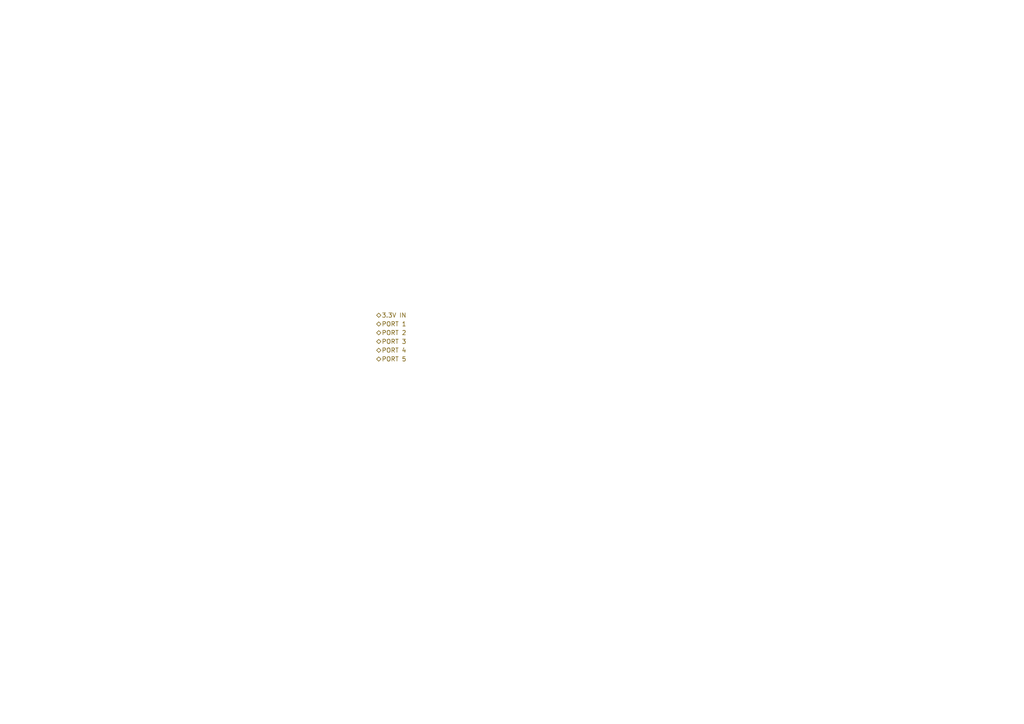
<source format=kicad_sch>
(kicad_sch (version 20230819) (generator eeschema)
  (paper "A4")
  (lib_symbols)
  (hierarchical_label "PORT 1" (shape bidirectional) (at 109.22 93.98 0))
  (hierarchical_label "PORT 3" (shape bidirectional) (at 109.22 99.06 0))
  (hierarchical_label "PORT 5" (shape bidirectional) (at 109.22 104.14 0))
  (hierarchical_label "PORT 2" (shape bidirectional) (at 109.22 96.52 0))
  (hierarchical_label "3.3V IN" (shape bidirectional) (at 109.22 91.44 0))
  (hierarchical_label "PORT 4" (shape bidirectional) (at 109.22 101.6 0))
)
</source>
